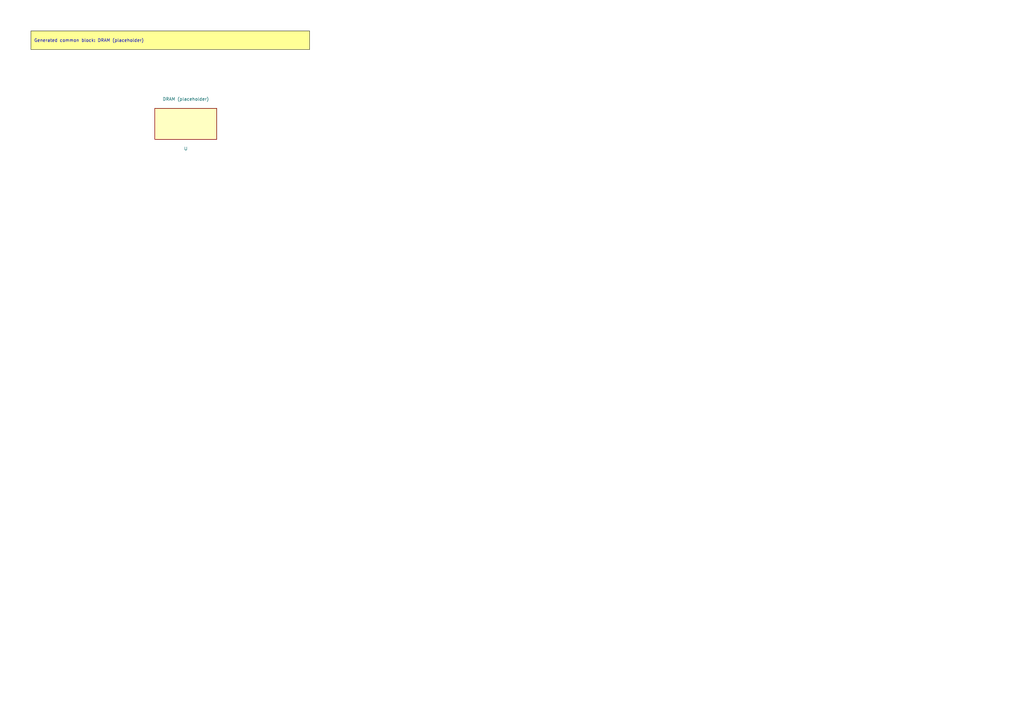
<source format=kicad_sch>
(kicad_sch (version 20250114) (generator "kicadgen") (generator_version "0.2")
  (paper "A3")
  (title_block (title "DRAM (placeholder)") (company "Project Carbon") (comment 1 "Generated - do not edit in generated/") (comment 2 "Edit in schem/kicad9/manual/ or refine mapping specs"))
  (lib_symbols
    (symbol "carbon_blocks:CARBON_BLOCK_DRAM" (pin_names (offset 1.016))
      (property "Reference" "U" (at 0 8.89 0))
      (property "Value" "CARBON_BLOCK_DRAM" (at 0 -8.89 0))
      (symbol "CARBON_BLOCK_DRAM_1_1"
        (rectangle (start -12.7 6.35) (end 12.7 -6.35) (stroke (width 0.254)) (fill (type background)))
      )
    )
  )
  (text_box "Generated common block: DRAM (placeholder)" (at 12.7 12.7 0) (size 114.3 7.62) (margins 1.27 1.27 1.27 1.27) (stroke (width 0) (color 0 0 0 1)) (fill (type color) (color 255 255 150 1)) (effects (font (size 1.27 1.27)) (justify left)))
  (symbol (lib_id "carbon_blocks:CARBON_BLOCK_DRAM") (at 76.2 50.8 0) (unit 1)
    (property "Reference" "U" (at 76.2 60.96 0))
    (property "Value" "DRAM (placeholder)" (at 76.2 40.64 0))
  )
)
</source>
